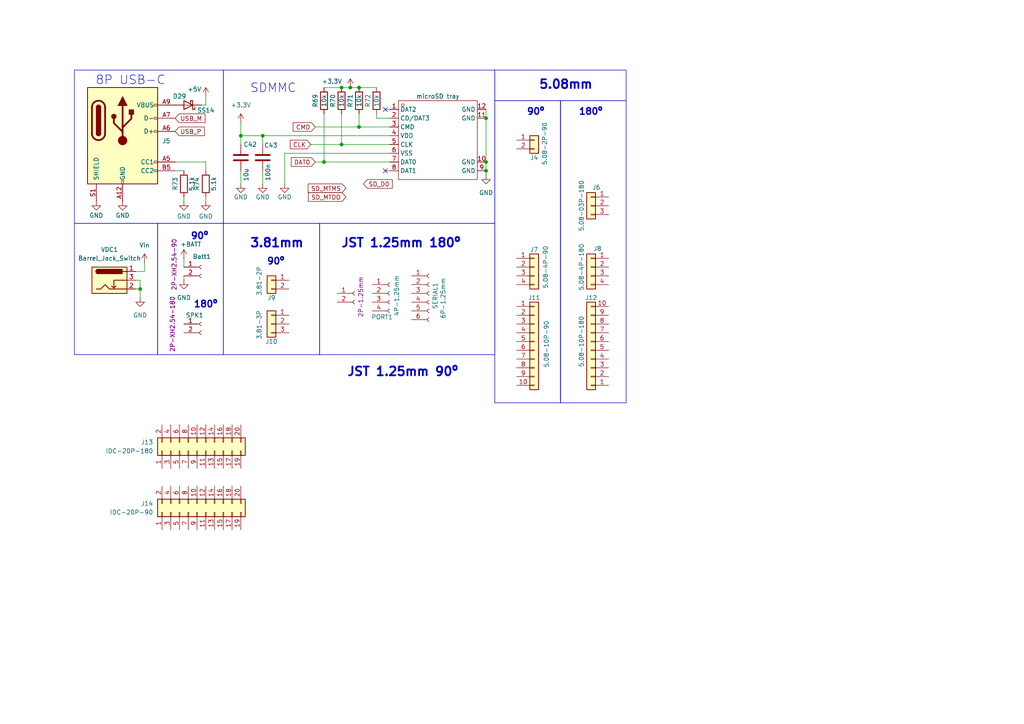
<source format=kicad_sch>
(kicad_sch (version 20231120) (generator "eeschema") (generator_version "8.0")
  (paper "A4")
  (lib_symbols
    (symbol "1_Library_GF:C_THT_RECT" (pin_numbers hide) (pin_names (offset 0.254))
      (property "Reference" "C" (at 0.635 2.54 0))
      (property "Value" "C" (at 0.635 -2.54 0))
      (property "Description" "Unpolarized capacitor" (at 0 0 0))
      (symbol "C_THT_RECT_0_1"
        (polyline (pts (xy -2.032 -0.762) (xy 2.032 -0.762)) (stroke (width 0.508)))
        (polyline (pts (xy -2.032 0.762) (xy 2.032 0.762)) (stroke (width 0.508)))
      )
      (symbol "C_THT_RECT_1_1"
        (pin passive line (at 0 3.81 270) (length 2.794) (name "~") (number "1"))
        (pin passive line (at 0 -3.81 90) (length 2.794) (name "~") (number "2"))
      )
    )
    (symbol "Connector:Barrel_Jack_Switch" (pin_names hide)
      (property "Reference" "J" (at 0 5.334 0))
      (property "Value" "Barrel_Jack_Switch" (at 0 -5.08 0))
      (symbol "Barrel_Jack_Switch_0_1"
        (rectangle (start -5.08 3.81) (end 5.08 -3.81) (stroke (width 0.254)) (fill (type background)))
        (arc (start -3.302 3.175) (mid -3.9343 2.54) (end -3.302 1.905) (stroke (width 0.254)))
        (arc (start -3.302 3.175) (mid -3.9343 2.54) (end -3.302 1.905) (stroke (width 0.254)) (fill (type outline)))
        (polyline (pts (xy 1.27 -2.286) (xy 1.905 -1.651)) (stroke (width 0.254)))
        (polyline (pts (xy 5.08 2.54) (xy 3.81 2.54)) (stroke (width 0.254)))
        (polyline (pts (xy 5.08 0) (xy 1.27 0) (xy 1.27 -2.286) (xy 0.635 -1.651)) (stroke (width 0.254)))
        (polyline (pts (xy -3.81 -2.54) (xy -2.54 -2.54) (xy -1.27 -1.27) (xy 0 -2.54) (xy 2.54 -2.54) (xy 5.08 -2.54)) (stroke (width 0.254)))
        (rectangle (start 3.683 3.175) (end -3.302 1.905) (stroke (width 0.254)) (fill (type outline)))
      )
      (symbol "Barrel_Jack_Switch_1_1"
        (pin passive line (at 7.62 2.54 180) (length 2.54) (name "~") (number "1"))
        (pin passive line (at 7.62 -2.54 180) (length 2.54) (name "~") (number "2"))
        (pin passive line (at 7.62 0 180) (length 2.54) (name "~") (number "3"))
      )
    )
    (symbol "Connector:Conn_01x02_Socket" (pin_names (offset 1.016) hide)
      (property "Reference" "J" (at 0 2.54 0))
      (property "Value" "Conn_01x02_Socket" (at 0 -5.08 0))
      (symbol "Conn_01x02_Socket_1_1"
        (arc (start 0 -2.032) (mid -0.5058 -2.54) (end 0 -3.048) (stroke (width 0.1524)))
        (polyline (pts (xy -1.27 -2.54) (xy -0.508 -2.54)) (stroke (width 0.1524)))
        (polyline (pts (xy -1.27 0) (xy -0.508 0)) (stroke (width 0.1524)))
        (arc (start 0 0.508) (mid -0.5058 0) (end 0 -0.508) (stroke (width 0.1524)))
        (pin passive line (at -5.08 0 0) (length 3.81) (name "Pin_1") (number "1"))
        (pin passive line (at -5.08 -2.54 0) (length 3.81) (name "Pin_2") (number "2"))
      )
    )
    (symbol "Connector:Conn_01x06_Socket" (pin_names (offset 1.016) hide)
      (property "Reference" "J" (at 0 7.62 0))
      (property "Value" "Conn_01x06_Socket" (at 0 -10.16 0))
      (symbol "Conn_01x06_Socket_1_1"
        (arc (start 0 -7.112) (mid -0.5058 -7.62) (end 0 -8.128) (stroke (width 0.1524)))
        (arc (start 0 -4.572) (mid -0.5058 -5.08) (end 0 -5.588) (stroke (width 0.1524)))
        (arc (start 0 -2.032) (mid -0.5058 -2.54) (end 0 -3.048) (stroke (width 0.1524)))
        (polyline (pts (xy -1.27 -7.62) (xy -0.508 -7.62)) (stroke (width 0.1524)))
        (polyline (pts (xy -1.27 -5.08) (xy -0.508 -5.08)) (stroke (width 0.1524)))
        (polyline (pts (xy -1.27 -2.54) (xy -0.508 -2.54)) (stroke (width 0.1524)))
        (polyline (pts (xy -1.27 0) (xy -0.508 0)) (stroke (width 0.1524)))
        (polyline (pts (xy -1.27 2.54) (xy -0.508 2.54)) (stroke (width 0.1524)))
        (polyline (pts (xy -1.27 5.08) (xy -0.508 5.08)) (stroke (width 0.1524)))
        (arc (start 0 0.508) (mid -0.5058 0) (end 0 -0.508) (stroke (width 0.1524)))
        (arc (start 0 3.048) (mid -0.5058 2.54) (end 0 2.032) (stroke (width 0.1524)))
        (arc (start 0 5.588) (mid -0.5058 5.08) (end 0 4.572) (stroke (width 0.1524)))
        (pin passive line (at -5.08 5.08 0) (length 3.81) (name "Pin_1") (number "1"))
        (pin passive line (at -5.08 2.54 0) (length 3.81) (name "Pin_2") (number "2"))
        (pin passive line (at -5.08 0 0) (length 3.81) (name "Pin_3") (number "3"))
        (pin passive line (at -5.08 -2.54 0) (length 3.81) (name "Pin_4") (number "4"))
        (pin passive line (at -5.08 -5.08 0) (length 3.81) (name "Pin_5") (number "5"))
        (pin passive line (at -5.08 -7.62 0) (length 3.81) (name "Pin_6") (number "6"))
      )
    )
    (symbol "Connector_Generic:Conn_01x02" (pin_names (offset 1.016) hide)
      (property "Reference" "J" (at 0 2.54 0))
      (property "Value" "Conn_01x02" (at 0 -5.08 0))
      (symbol "Conn_01x02_1_1"
        (rectangle (start -1.27 -2.413) (end 0 -2.667) (stroke (width 0.1524)))
        (rectangle (start -1.27 0.127) (end 0 -0.127) (stroke (width 0.1524)))
        (rectangle (start -1.27 1.27) (end 1.27 -3.81) (stroke (width 0.254)) (fill (type background)))
        (pin passive line (at -5.08 0 0) (length 3.81) (name "Pin_1") (number "1"))
        (pin passive line (at -5.08 -2.54 0) (length 3.81) (name "Pin_2") (number "2"))
      )
    )
    (symbol "Connector_Generic:Conn_01x03" (pin_names (offset 1.016) hide)
      (property "Reference" "J" (at 0 5.08 0))
      (property "Value" "Conn_01x03" (at 0 -5.08 0))
      (symbol "Conn_01x03_1_1"
        (rectangle (start -1.27 -2.413) (end 0 -2.667) (stroke (width 0.1524)))
        (rectangle (start -1.27 0.127) (end 0 -0.127) (stroke (width 0.1524)))
        (rectangle (start -1.27 2.667) (end 0 2.413) (stroke (width 0.1524)))
        (rectangle (start -1.27 3.81) (end 1.27 -3.81) (stroke (width 0.254)) (fill (type background)))
        (pin passive line (at -5.08 2.54 0) (length 3.81) (name "Pin_1") (number "1"))
        (pin passive line (at -5.08 0 0) (length 3.81) (name "Pin_2") (number "2"))
        (pin passive line (at -5.08 -2.54 0) (length 3.81) (name "Pin_3") (number "3"))
      )
    )
    (symbol "Connector_Generic:Conn_01x04" (pin_names (offset 1.016) hide)
      (property "Reference" "J" (at 0 5.08 0))
      (property "Value" "Conn_01x04" (at 0 -7.62 0))
      (symbol "Conn_01x04_1_1"
        (rectangle (start -1.27 -4.953) (end 0 -5.207) (stroke (width 0.1524)))
        (rectangle (start -1.27 -2.413) (end 0 -2.667) (stroke (width 0.1524)))
        (rectangle (start -1.27 0.127) (end 0 -0.127) (stroke (width 0.1524)))
        (rectangle (start -1.27 2.667) (end 0 2.413) (stroke (width 0.1524)))
        (rectangle (start -1.27 3.81) (end 1.27 -6.35) (stroke (width 0.254)) (fill (type background)))
        (pin passive line (at -5.08 2.54 0) (length 3.81) (name "Pin_1") (number "1"))
        (pin passive line (at -5.08 0 0) (length 3.81) (name "Pin_2") (number "2"))
        (pin passive line (at -5.08 -2.54 0) (length 3.81) (name "Pin_3") (number "3"))
        (pin passive line (at -5.08 -5.08 0) (length 3.81) (name "Pin_4") (number "4"))
      )
    )
    (symbol "Connector_Generic:Conn_01x10" (pin_names (offset 1.016) hide)
      (property "Reference" "J" (at 0 12.7 0))
      (property "Value" "Conn_01x10" (at 0 -15.24 0))
      (symbol "Conn_01x10_1_1"
        (rectangle (start -1.27 -12.573) (end 0 -12.827) (stroke (width 0.1524)))
        (rectangle (start -1.27 -10.033) (end 0 -10.287) (stroke (width 0.1524)))
        (rectangle (start -1.27 -7.493) (end 0 -7.747) (stroke (width 0.1524)))
        (rectangle (start -1.27 -4.953) (end 0 -5.207) (stroke (width 0.1524)))
        (rectangle (start -1.27 -2.413) (end 0 -2.667) (stroke (width 0.1524)))
        (rectangle (start -1.27 0.127) (end 0 -0.127) (stroke (width 0.1524)))
        (rectangle (start -1.27 2.667) (end 0 2.413) (stroke (width 0.1524)))
        (rectangle (start -1.27 5.207) (end 0 4.953) (stroke (width 0.1524)))
        (rectangle (start -1.27 7.747) (end 0 7.493) (stroke (width 0.1524)))
        (rectangle (start -1.27 10.287) (end 0 10.033) (stroke (width 0.1524)))
        (rectangle (start -1.27 11.43) (end 1.27 -13.97) (stroke (width 0.254)) (fill (type background)))
        (pin passive line (at -5.08 10.16 0) (length 3.81) (name "Pin_1") (number "1"))
        (pin passive line (at -5.08 -12.7 0) (length 3.81) (name "Pin_10") (number "10"))
        (pin passive line (at -5.08 7.62 0) (length 3.81) (name "Pin_2") (number "2"))
        (pin passive line (at -5.08 5.08 0) (length 3.81) (name "Pin_3") (number "3"))
        (pin passive line (at -5.08 2.54 0) (length 3.81) (name "Pin_4") (number "4"))
        (pin passive line (at -5.08 0 0) (length 3.81) (name "Pin_5") (number "5"))
        (pin passive line (at -5.08 -2.54 0) (length 3.81) (name "Pin_6") (number "6"))
        (pin passive line (at -5.08 -5.08 0) (length 3.81) (name "Pin_7") (number "7"))
        (pin passive line (at -5.08 -7.62 0) (length 3.81) (name "Pin_8") (number "8"))
        (pin passive line (at -5.08 -10.16 0) (length 3.81) (name "Pin_9") (number "9"))
      )
    )
    (symbol "Connector_Generic:Conn_02x10_Odd_Even" (pin_names (offset 1.016) hide)
      (property "Reference" "J" (at 1.27 12.7 0))
      (property "Value" "Conn_02x10_Odd_Even" (at 1.27 -15.24 0))
      (symbol "Conn_02x10_Odd_Even_1_1"
        (rectangle (start -1.27 -12.573) (end 0 -12.827) (stroke (width 0.1524)))
        (rectangle (start -1.27 -10.033) (end 0 -10.287) (stroke (width 0.1524)))
        (rectangle (start -1.27 -7.493) (end 0 -7.747) (stroke (width 0.1524)))
        (rectangle (start -1.27 -4.953) (end 0 -5.207) (stroke (width 0.1524)))
        (rectangle (start -1.27 -2.413) (end 0 -2.667) (stroke (width 0.1524)))
        (rectangle (start -1.27 0.127) (end 0 -0.127) (stroke (width 0.1524)))
        (rectangle (start -1.27 2.667) (end 0 2.413) (stroke (width 0.1524)))
        (rectangle (start -1.27 5.207) (end 0 4.953) (stroke (width 0.1524)))
        (rectangle (start -1.27 7.747) (end 0 7.493) (stroke (width 0.1524)))
        (rectangle (start -1.27 10.287) (end 0 10.033) (stroke (width 0.1524)))
        (rectangle (start -1.27 11.43) (end 3.81 -13.97) (stroke (width 0.254)) (fill (type background)))
        (rectangle (start 3.81 -12.573) (end 2.54 -12.827) (stroke (width 0.1524)))
        (rectangle (start 3.81 -10.033) (end 2.54 -10.287) (stroke (width 0.1524)))
        (rectangle (start 3.81 -7.493) (end 2.54 -7.747) (stroke (width 0.1524)))
        (rectangle (start 3.81 -4.953) (end 2.54 -5.207) (stroke (width 0.1524)))
        (rectangle (start 3.81 -2.413) (end 2.54 -2.667) (stroke (width 0.1524)))
        (rectangle (start 3.81 0.127) (end 2.54 -0.127) (stroke (width 0.1524)))
        (rectangle (start 3.81 2.667) (end 2.54 2.413) (stroke (width 0.1524)))
        (rectangle (start 3.81 5.207) (end 2.54 4.953) (stroke (width 0.1524)))
        (rectangle (start 3.81 7.747) (end 2.54 7.493) (stroke (width 0.1524)))
        (rectangle (start 3.81 10.287) (end 2.54 10.033) (stroke (width 0.1524)))
        (pin passive line (at -5.08 10.16 0) (length 3.81) (name "Pin_1") (number "1"))
        (pin passive line (at 7.62 0 180) (length 3.81) (name "Pin_10") (number "10"))
        (pin passive line (at -5.08 -2.54 0) (length 3.81) (name "Pin_11") (number "11"))
        (pin passive line (at 7.62 -2.54 180) (length 3.81) (name "Pin_12") (number "12"))
        (pin passive line (at -5.08 -5.08 0) (length 3.81) (name "Pin_13") (number "13"))
        (pin passive line (at 7.62 -5.08 180) (length 3.81) (name "Pin_14") (number "14"))
        (pin passive line (at -5.08 -7.62 0) (length 3.81) (name "Pin_15") (number "15"))
        (pin passive line (at 7.62 -7.62 180) (length 3.81) (name "Pin_16") (number "16"))
        (pin passive line (at -5.08 -10.16 0) (length 3.81) (name "Pin_17") (number "17"))
        (pin passive line (at 7.62 -10.16 180) (length 3.81) (name "Pin_18") (number "18"))
        (pin passive line (at -5.08 -12.7 0) (length 3.81) (name "Pin_19") (number "19"))
        (pin passive line (at 7.62 10.16 180) (length 3.81) (name "Pin_2") (number "2"))
        (pin passive line (at 7.62 -12.7 180) (length 3.81) (name "Pin_20") (number "20"))
        (pin passive line (at -5.08 7.62 0) (length 3.81) (name "Pin_3") (number "3"))
        (pin passive line (at 7.62 7.62 180) (length 3.81) (name "Pin_4") (number "4"))
        (pin passive line (at -5.08 5.08 0) (length 3.81) (name "Pin_5") (number "5"))
        (pin passive line (at 7.62 5.08 180) (length 3.81) (name "Pin_6") (number "6"))
        (pin passive line (at -5.08 2.54 0) (length 3.81) (name "Pin_7") (number "7"))
        (pin passive line (at 7.62 2.54 180) (length 3.81) (name "Pin_8") (number "8"))
        (pin passive line (at -5.08 0 0) (length 3.81) (name "Pin_9") (number "9"))
      )
    )
    (symbol "Device:C" (pin_numbers hide) (pin_names (offset 0.254))
      (property "Reference" "C" (at 0.635 2.54 0))
      (property "Value" "C" (at 0.635 -2.54 0))
      (symbol "C_0_1"
        (polyline (pts (xy -2.032 -0.762) (xy 2.032 -0.762)) (stroke (width 0.508)))
        (polyline (pts (xy -2.032 0.762) (xy 2.032 0.762)) (stroke (width 0.508)))
      )
      (symbol "C_1_1"
        (pin passive line (at 0 3.81 270) (length 2.794) (name "~") (number "1"))
        (pin passive line (at 0 -3.81 90) (length 2.794) (name "~") (number "2"))
      )
    )
    (symbol "Device:R" (pin_numbers hide) (pin_names (offset 0))
      (property "Reference" "R" (at 2.032 0 90))
      (property "Value" "R" (at 0 0 90))
      (symbol "R_0_1"
        (rectangle (start -1.016 -2.54) (end 1.016 2.54) (stroke (width 0.254)))
      )
      (symbol "R_1_1"
        (pin passive line (at 0 3.81 270) (length 1.27) (name "~") (number "1"))
        (pin passive line (at 0 -3.81 90) (length 1.27) (name "~") (number "2"))
      )
    )
    (symbol "Diode:SS14" (pin_numbers hide) (pin_names (offset 1.016) hide)
      (property "Reference" "D" (at 0 2.54 0))
      (property "Value" "SS14" (at 0 -2.54 0))
      (symbol "SS14_0_1"
        (polyline (pts (xy 1.27 0) (xy -1.27 0)))
        (polyline (pts (xy 1.27 1.27) (xy 1.27 -1.27) (xy -1.27 0) (xy 1.27 1.27)) (stroke (width 0.254)))
        (polyline (pts (xy -1.905 0.635) (xy -1.905 1.27) (xy -1.27 1.27) (xy -1.27 -1.27) (xy -0.635 -1.27) (xy -0.635 -0.635)) (stroke (width 0.254)))
      )
      (symbol "SS14_1_1"
        (pin passive line (at -3.81 0 0) (length 2.54) (name "K") (number "1"))
        (pin passive line (at 3.81 0 180) (length 2.54) (name "A") (number "2"))
      )
    )
    (symbol "New_Library:Conn_01x04_Socket" (pin_names (offset 1.016) hide)
      (property "Reference" "J" (at 0 5.08 0))
      (property "Value" "Conn_01x04_Socket" (at 0 -7.62 0))
      (symbol "Conn_01x04_Socket_1_1"
        (arc (start 0 -4.572) (mid -0.5058 -5.08) (end 0 -5.588) (stroke (width 0.1524)))
        (arc (start 0 -2.032) (mid -0.5058 -2.54) (end 0 -3.048) (stroke (width 0.1524)))
        (polyline (pts (xy -1.27 -5.08) (xy -0.508 -5.08)) (stroke (width 0.1524)))
        (polyline (pts (xy -1.27 -2.54) (xy -0.508 -2.54)) (stroke (width 0.1524)))
        (polyline (pts (xy -1.27 0) (xy -0.508 0)) (stroke (width 0.1524)))
        (polyline (pts (xy -1.27 2.54) (xy -0.508 2.54)) (stroke (width 0.1524)))
        (arc (start 0 0.508) (mid -0.5058 0) (end 0 -0.508) (stroke (width 0.1524)))
        (arc (start 0 3.048) (mid -0.5058 2.54) (end 0 2.032) (stroke (width 0.1524)))
        (pin passive line (at -5.08 2.54 0) (length 3.81) (name "Pin_1") (number "1"))
        (pin passive line (at -5.08 0 0) (length 3.81) (name "Pin_2") (number "2"))
        (pin passive line (at -5.08 -2.54 0) (length 3.81) (name "Pin_3") (number "3"))
        (pin passive line (at -5.08 -5.08 0) (length 3.81) (name "Pin_4") (number "4"))
      )
    )
    (symbol "New_Library:TF-CARD XG8P H1.5"
      (property "Reference" "TF" (at 0 0 0))
      (symbol "TF-CARD XG8P H1.5_1_0"
        (rectangle (start -12.7 -10.16) (end 10.16 12.7))
        (circle (center -11.43 11.43) (radius 0.381))
        (pin unspecified line (at -15.24 10.16 0) (length 2.54) (name "DAT2") (number "1"))
        (pin unspecified line (at 12.7 -5.08 180) (length 2.54) (name "GND") (number "10"))
        (pin unspecified line (at 12.7 7.62 180) (length 2.54) (name "GND") (number "11"))
        (pin unspecified line (at 12.7 10.16 180) (length 2.54) (name "GND") (number "12"))
        (pin unspecified line (at -15.24 7.62 0) (length 2.54) (name "CD/DAT3") (number "2"))
        (pin unspecified line (at -15.24 5.08 0) (length 2.54) (name "CMD") (number "3"))
        (pin unspecified line (at -15.24 2.54 0) (length 2.54) (name "VDD") (number "4"))
        (pin unspecified line (at -15.24 0 0) (length 2.54) (name "CLK") (number "5"))
        (pin unspecified line (at -15.24 -2.54 0) (length 2.54) (name "VSS") (number "6"))
        (pin unspecified line (at -15.24 -5.08 0) (length 2.54) (name "DAT0") (number "7"))
        (pin unspecified line (at -15.24 -7.62 0) (length 2.54) (name "DAT1") (number "8"))
        (pin unspecified line (at 12.7 -7.62 180) (length 2.54) (name "GND") (number "9"))
      )
    )
    (symbol "New_Library:USB_C_Receptacle_USB2.0_8P" (pin_names (offset 1.016))
      (property "Reference" "J" (at 12.446 2.794 0))
      (property "LCSC" "C7469647" (at 0 0 0))
      (symbol "USB_C_Receptacle_USB2.0_8P_0_0"
        (rectangle (start -0.254 -10.16) (end 0.254 -9.144))
        (rectangle (start 10.16 -6.096) (end 9.144 -6.604))
        (rectangle (start 10.16 -3.556) (end 9.144 -4.064))
        (rectangle (start 10.16 5.334) (end 9.144 4.826))
        (rectangle (start 10.16 9.144) (end 9.144 8.636))
        (rectangle (start 10.16 12.954) (end 9.144 12.446))
      )
      (symbol "USB_C_Receptacle_USB2.0_8P_0_1"
        (rectangle (start -10.16 17.78) (end 10.16 -10.16) (stroke (width 0.254)) (fill (type background)))
        (arc (start -8.89 4.445) (mid -6.985 2.5483) (end -5.08 4.445) (stroke (width 0.508)))
        (arc (start -7.62 4.445) (mid -6.985 3.8127) (end -6.35 4.445) (stroke (width 0.254)))
        (arc (start -7.62 4.445) (mid -6.985 3.8127) (end -6.35 4.445) (stroke (width 0.254)) (fill (type outline)))
        (rectangle (start -7.62 4.445) (end -6.35 12.065) (stroke (width 0.254)) (fill (type outline)))
        (arc (start -6.35 12.065) (mid -6.985 12.6973) (end -7.62 12.065) (stroke (width 0.254)))
        (arc (start -6.35 12.065) (mid -6.985 12.6973) (end -7.62 12.065) (stroke (width 0.254)) (fill (type outline)))
        (arc (start -5.08 12.065) (mid -6.985 13.9617) (end -8.89 12.065) (stroke (width 0.508)))
        (circle (center -2.54 9.398) (radius 0.635) (stroke (width 0.254)) (fill (type outline)))
        (polyline (pts (xy -8.89 4.445) (xy -8.89 12.065)) (stroke (width 0.508)))
        (polyline (pts (xy -5.08 12.065) (xy -5.08 4.445)) (stroke (width 0.508)))
        (polyline (pts (xy 0 2.413) (xy 0 12.573)) (stroke (width 0.508)))
        (polyline (pts (xy 0 4.953) (xy -2.54 7.493) (xy -2.54 8.763)) (stroke (width 0.508)))
        (polyline (pts (xy 0 6.223) (xy 2.54 8.763) (xy 2.54 10.033)) (stroke (width 0.508)))
        (polyline (pts (xy -1.27 12.573) (xy 0 15.113) (xy 1.27 12.573) (xy -1.27 12.573)) (stroke (width 0.254)) (fill (type outline)))
        (circle (center 0 2.413) (radius 1.27) (fill (type outline)))
        (rectangle (start 1.905 10.033) (end 3.175 11.303) (stroke (width 0.254)) (fill (type outline)))
      )
      (symbol "USB_C_Receptacle_USB2.0_8P_1_1"
        (pin passive line (at 0 -15.24 90) (length 5.08) (name "GND") (number "A12"))
        (pin bidirectional line (at 15.24 -3.81 180) (length 5.08) (name "CC1") (number "A5"))
        (pin bidirectional line (at 15.24 5.08 180) (length 5.08) (name "D+") (number "A6"))
        (pin bidirectional line (at 15.24 8.89 180) (length 5.08) (name "D-") (number "A7"))
        (pin passive line (at 15.24 12.7 180) (length 5.08) (name "VBUS") (number "A9"))
        (pin passive line (at 0 -15.24 90) (length 5.08) hide (name "GND") (number "B12"))
        (pin bidirectional line (at 15.24 -6.35 180) (length 5.08) (name "CC2") (number "B5"))
        (pin passive line (at 15.24 12.7 180) (length 5.08) hide (name "VBUS") (number "B9"))
        (pin passive line (at -7.62 -15.24 90) (length 5.08) (name "SHIELD") (number "S1"))
      )
    )
    (symbol "power:+3.3V" (power) (pin_numbers hide) (pin_names (offset 0) hide)
      (property "Value" "+3.3V" (at 0 3.556 0))
      (symbol "+3.3V_0_1"
        (polyline (pts (xy -0.762 1.27) (xy 0 2.54)))
        (polyline (pts (xy 0 0) (xy 0 2.54)))
        (polyline (pts (xy 0 2.54) (xy 0.762 1.27)))
      )
      (symbol "+3.3V_1_1"
        (pin power_in line (at 0 0 90) (length 0) (name "~") (number "1"))
      )
    )
    (symbol "power:+5V" (power) (pin_numbers hide) (pin_names (offset 0) hide)
      (property "Value" "+5V" (at 0 3.556 0))
      (symbol "+5V_0_1"
        (polyline (pts (xy -0.762 1.27) (xy 0 2.54)))
        (polyline (pts (xy 0 0) (xy 0 2.54)))
        (polyline (pts (xy 0 2.54) (xy 0.762 1.27)))
      )
      (symbol "+5V_1_1"
        (pin power_in line (at 0 0 90) (length 0) (name "~") (number "1"))
      )
    )
    (symbol "power:+BATT" (power) (pin_numbers hide) (pin_names (offset 0) hide)
      (property "Value" "+BATT" (at 0 3.556 0))
      (symbol "+BATT_0_1"
        (polyline (pts (xy -0.762 1.27) (xy 0 2.54)))
        (polyline (pts (xy 0 0) (xy 0 2.54)))
        (polyline (pts (xy 0 2.54) (xy 0.762 1.27)))
      )
      (symbol "+BATT_1_1"
        (pin power_in line (at 0 0 90) (length 0) (name "~") (number "1"))
      )
    )
    (symbol "power:GND" (power) (pin_numbers hide) (pin_names (offset 0) hide)
      (property "Value" "GND" (at 0 -3.81 0))
      (symbol "GND_0_1"
        (polyline (pts (xy 0 0) (xy 0 -1.27) (xy 1.27 -1.27) (xy 0 -2.54) (xy -1.27 -1.27) (xy 0 -1.27)))
      )
      (symbol "GND_1_1"
        (pin power_in line (at 0 0 270) (length 0) (name "~") (number "1"))
      )
    )
  )
  (junction (at 140.97 34.29))
  (junction (at 140.97 49.53))
  (junction (at 40.64 83.82))
  (junction (at 104.14 36.83))
  (junction (at 104.14 25.4))
  (junction (at 69.85 39.37))
  (junction (at 99.06 41.91))
  (junction (at 140.97 46.99))
  (junction (at 76.2 39.37))
  (junction (at 93.98 46.99))
  (junction (at 101.6 25.4))
  (junction (at 99.06 25.4))
  (no_connect (at 111.76 31.75))
  (no_connect (at 111.76 49.53))
  (wire (pts (xy 82.55 53.34) (xy 82.55 44.45)))
  (wire (pts (xy 59.69 30.48) (xy 58.42 30.48)))
  (wire (pts (xy 50.8 46.99) (xy 59.69 46.99)))
  (wire (pts (xy 104.14 36.83) (xy 113.03 36.83)))
  (wire (pts (xy 53.34 49.53) (xy 50.8 49.53)))
  (wire (pts (xy 104.14 25.4) (xy 109.22 25.4)))
  (wire (pts (xy 140.97 31.75) (xy 140.97 34.29)))
  (wire (pts (xy 59.69 27.94) (xy 59.69 30.48)))
  (wire (pts (xy 69.85 49.53) (xy 69.85 53.34)))
  (wire (pts (xy 90.17 41.91) (xy 99.06 41.91)))
  (wire (pts (xy 69.85 39.37) (xy 69.85 41.91)))
  (wire (pts (xy 140.97 34.29) (xy 140.97 46.99)))
  (wire (pts (xy 91.44 36.83) (xy 104.14 36.83)))
  (wire (pts (xy 91.44 46.99) (xy 93.98 46.99)))
  (wire (pts (xy 76.2 49.53) (xy 76.2 53.34)))
  (wire (pts (xy 40.64 81.28) (xy 40.64 83.82)))
  (wire (pts (xy 111.76 31.75) (xy 113.03 31.75)))
  (wire (pts (xy 111.76 49.53) (xy 113.03 49.53)))
  (wire (pts (xy 41.91 76.2) (xy 41.91 78.74)))
  (wire (pts (xy 109.22 33.02) (xy 109.22 34.29)))
  (wire (pts (xy 76.2 39.37) (xy 113.03 39.37)))
  (wire (pts (xy 39.37 81.28) (xy 40.64 81.28)))
  (wire (pts (xy 140.97 46.99) (xy 140.97 49.53)))
  (wire (pts (xy 53.34 58.42) (xy 53.34 57.15)))
  (wire (pts (xy 101.6 25.4) (xy 104.14 25.4)))
  (wire (pts (xy 101.6 25.4) (xy 99.06 25.4)))
  (wire (pts (xy 69.85 39.37) (xy 76.2 39.37)))
  (wire (pts (xy 93.98 25.4) (xy 99.06 25.4)))
  (wire (pts (xy 99.06 41.91) (xy 113.03 41.91)))
  (wire (pts (xy 109.22 34.29) (xy 113.03 34.29)))
  (wire (pts (xy 140.97 49.53) (xy 140.97 50.8)))
  (wire (pts (xy 99.06 33.02) (xy 99.06 41.91)))
  (wire (pts (xy 104.14 33.02) (xy 104.14 36.83)))
  (wire (pts (xy 53.34 74.93) (xy 53.34 77.47)))
  (wire (pts (xy 40.64 83.82) (xy 40.64 86.36)))
  (wire (pts (xy 53.34 81.28) (xy 53.34 80.01)))
  (wire (pts (xy 82.55 44.45) (xy 113.03 44.45)))
  (wire (pts (xy 41.91 78.74) (xy 39.37 78.74)))
  (wire (pts (xy 93.98 46.99) (xy 113.03 46.99)))
  (wire (pts (xy 59.69 49.53) (xy 59.69 46.99)))
  (wire (pts (xy 69.85 35.56) (xy 69.85 39.37)))
  (wire (pts (xy 59.69 58.42) (xy 59.69 57.15)))
  (wire (pts (xy 39.37 83.82) (xy 40.64 83.82)))
  (wire (pts (xy 76.2 39.37) (xy 76.2 41.91)))
  (wire (pts (xy 93.98 33.02) (xy 93.98 46.99)))
  (rectangle (start 143.51 20.32) (end 181.61 29.21))
  (rectangle (start 45.72 64.77) (end 64.77 102.87))
  (rectangle (start 64.77 20.32) (end 143.51 64.77))
  (rectangle (start 92.71 64.77) (end 143.51 102.87))
  (rectangle (start 162.56 29.21) (end 181.61 116.84))
  (rectangle (start 143.51 29.21) (end 162.56 116.84))
  (rectangle (start 21.59 64.77) (end 45.72 102.87))
  (rectangle (start 21.59 20.32) (end 64.77 64.77))
  (rectangle (start 64.77 64.77) (end 92.71 102.87))
  (text "8P USB-C" (at 37.846 23.368 0) (effects (font (size 2.54 2.54))))
  (text "JST 1.25mm 180º" (at 116.332 70.612 0) (effects (font (size 2.54 2.54) (thickness 0.508) (bold yes))))
  (text "90º       180º" (at 163.83 32.512 0) (effects (font (size 1.905 1.905) (thickness 0.381) (bold yes))))
  (text "JST 1.25mm 90º" (at 116.84 107.95 0) (effects (font (size 2.54 2.54) (thickness 0.508) (bold yes))))
  (text "SDMMC" (at 79.248 25.654 0) (effects (font (size 2.54 2.54))))
  (text "90º" (at 57.912 68.58 0) (effects (font (size 1.905 1.905) (thickness 0.381) (bold yes))))
  (text "5.08mm " (at 165.1 24.638 0) (effects (font (size 2.54 2.54) (thickness 0.508) (bold yes))))
  (text "90º" (at 80.01 75.946 0) (effects (font (size 1.905 1.905) (thickness 0.381) (bold yes))))
  (text "180º" (at 59.69 88.392 0) (effects (font (size 1.905 1.905) (thickness 0.381) (bold yes))))
  (text "3.81mm " (at 81.28 70.612 0) (effects (font (size 2.54 2.54) (thickness 0.508) (bold yes))))
  (global_label "USB_P" (shape input) (at 50.8 38.1 0) (property "Intersheetrefs" "${INTERSHEET_REFS}" (effects (hide yes))))
  (global_label "CMD" (shape input) (at 91.44 36.83 180) (property "Intersheetrefs" "${INTERSHEET_REFS}" (effects (hide yes))))
  (global_label "SD_MTMS" (shape input) (at 100.33 54.61 180) (property "Intersheetrefs" "${INTERSHEET_REFS}" (effects (hide yes))))
  (global_label "SD_MTDO" (shape input) (at 100.33 57.15 180) (property "Intersheetrefs" "${INTERSHEET_REFS}" (effects (hide yes))))
  (global_label "USB_M" (shape input) (at 50.8 34.29 0) (property "Intersheetrefs" "${INTERSHEET_REFS}" (effects (hide yes))))
  (global_label "CLK" (shape input) (at 90.17 41.91 180) (property "Intersheetrefs" "${INTERSHEET_REFS}" (effects (hide yes))))
  (global_label "DAT0" (shape input) (at 91.44 46.99 180) (property "Intersheetrefs" "${INTERSHEET_REFS}" (effects (hide yes))))
  (global_label "SD_D0" (shape input) (at 105.41 53.34 0) (property "Intersheetrefs" "${INTERSHEET_REFS}" (effects (hide yes))))
  (symbol (lib_id "Connector_Generic:Conn_02x10_Odd_Even") (at 57.15 148.59 90) (unit 1)
    (property "Reference" "J14" (at 44.45 146.0499 90) (effects (justify left)))
    (property "Value" "IDC-20P-90" (at 44.45 148.5899 90) (effects (justify left)))
    (property "Footprint" "Connector_IDC:IDC-Header_2x10_P2.54mm_Horizontal" (effects (hide yes)))
    (property "Datasheet" "https://www.lcsc.com/datasheet/lcsc_datasheet_2304140030_BOOMELE-Boom-Precision-Elec-2-54-2-10P_C9144.pdf" (effects (hide yes)))
    (property "Description" "Connector IDC Header Through Hole, Right Angle 20 position 2.54mm" (effects (hide yes)))
    (property "LCSC" "C9144" (effects (hide yes)))
    (property "Manufacturer " "BOOMELE(Boom Precision Elec)" (effects (hide yes)))
    (property "Mfr. Part Number" "2.54-2*10P" (effects (hide yes)))
    (property "Observations" "Requires IDC 2x10P lenght 70cm" (effects (hide yes)))
  )
  (symbol (lib_id "power:GND") (at 40.64 86.36 0) (unit 1)
    (property "Reference" "#PWR72" (effects (hide yes)))
    (property "Value" "GND" (at 40.64 91.44 0))
    (property "Description" "Power symbol creates a global label with name \"GND\" , ground" (effects (hide yes)))
  )
  (symbol (lib_id "New_Library:Conn_01x04_Socket") (at 113.03 85.09 0) (unit 1)
    (property "Reference" "PORT1" (at 107.696 91.948 0) (effects (justify left)))
    (property "Value" "4P-1.25mm" (at 115.062 91.694 90) (effects (justify left)))
    (property "Footprint" "Library:Hirose_DF13C_CL535-0404-8-51_1x04-1MP_P1.25mm_Vertical" (effects (hide yes)))
    (property "Description" "Generic connector, single row, 01x04, script generated" (effects (hide yes)))
    (property "LCSC" "C7433470" (effects (hide yes)))
    (property "Observations" "180º JST1.25mm 4P" (effects (hide yes)))
  )
  (symbol (lib_id "power:GND") (at 140.97 50.8 0) (unit 1)
    (property "Reference" "#PWR61" (effects (hide yes)))
    (property "Value" "GND" (at 140.97 55.88 0))
  )
  (symbol (lib_id "Diode:SS14") (at 54.61 30.48 180) (unit 1)
    (property "Reference" "D29" (at 52.07 27.94 0))
    (property "Value" "SS14" (at 59.69 32.004 0))
    (property "Footprint" "Diode_SMD:D_SMA" (effects (hide yes)))
    (property "Datasheet" "https://www.vishay.com/docs/88746/ss12.pdf" (effects (hide yes)))
    (property "Description" "40V 1A Schottky Diode, SMA" (effects (hide yes)))
    (property "LCSC" "C2909920" (effects (hide yes)))
  )
  (symbol (lib_id "Connector:Conn_01x02_Socket") (at 58.42 77.47 0) (unit 1)
    (property "Reference" "Batt1" (at 55.88 74.422 0) (effects (justify left)))
    (property "Value" "Conn_01x02_Socket" (effects (hide yes)))
    (property "Footprint" "Connector_Molex:Molex_KK-254_AE-6410-02A_1x02_P2.54mm_Vertical" (effects (hide yes)))
    (property "Description" "Generic connector, single row, 01x02, script generated" (effects (hide yes)))
    (property "LCSC" "C49023803" (effects (hide yes)))
    (property "Observations" "2P-XH2.54-90" (at 50.546 76.708 90))
  )
  (symbol (lib_id "Device:R") (at 109.22 29.21 0) (mirror y) (unit 1)
    (property "Reference" "R72" (at 106.68 29.21 90))
    (property "Value" "10k" (at 109.22 29.21 90))
    (property "Footprint" "Resistor_SMD:R_0402_1005Metric_Pad0.72x0.64mm_HandSolder" (effects (hide yes)))
    (property "Description" "Resistor" (effects (hide yes)))
    (property "LCSC" "C17414" (effects (hide yes)))
  )
  (symbol (lib_id "Connector:Conn_01x02_Socket") (at 58.42 93.98 0) (unit 1) (in_bom no)
    (property "Reference" "SPK1" (at 53.848 91.44 0) (effects (justify left)))
    (property "Value" "Conn_01x02_Socket" (effects (hide yes)))
    (property "Footprint" "Connector_Molex:Molex_KK-254_AE-6410-02A_1x02_P2.54mm_Vertical" (effects (hide yes)))
    (property "Description" "Connector Header 2 position 2.5mm Pitch 3A Through Hole -25℃~+85℃" (effects (hide yes)))
    (property "LCSC" "C49023803" (effects (hide yes)))
    (property "Observations" "2P-XH2.54-180" (at 50.038 93.98 90))
  )
  (symbol (lib_id "Connector_Generic:Conn_02x10_Odd_Even") (at 57.15 130.81 90) (unit 1)
    (property "Reference" "J13" (at 44.45 128.2699 90) (effects (justify left)))
    (property "Value" "IDC-20P-180" (at 44.45 130.8099 90) (effects (justify left)))
    (property "Footprint" "Connector_IDC:IDC-Header_2x10_P2.54mm_Vertical" (effects (hide yes)))
    (property "Datasheet" "https://www.lcsc.com/datasheet/lcsc_datasheet_2409302300_XFCN-BH254V-20P_C492444.pdf" (effects (hide yes)))
    (property "Description" "300V 10A 10 Bend -40℃~+105℃ 1 5.08mm 1x10P Green Receptacle-Close Push-Pull,P=5.08mm Pluggable System Terminal Block ROHS" (effects (hide yes)))
    (property "LCSC" "C492444" (effects (hide yes)))
    (property "Mfr. Part Number" "BH254V-20P" (effects (hide yes)))
    (property "Observations" "Requires IDC 20P 70cm cable" (effects (hide yes)))
    (property "Manufacturer " "XFCN" (effects (hide yes)))
  )
  (symbol (lib_id "New_Library:USB_C_Receptacle_USB2.0_8P") (at 35.56 43.18 0) (unit 1)
    (property "Reference" "J5" (at 48.26 40.894 0))
    (property "Value" "USB_C_Receptacle_USB2.0_8P" (effects (hide yes)))
    (property "Footprint" "Library:USB-C-SMD_GT-USB-7101A" (effects (hide yes)))
    (property "Datasheet" "https://www.usb.org/sites/default/files/documents/usb_type-c.zip" (effects (hide yes)))
    (property "Description" "USB 2.0-only 14P Type-C Receptacle connector" (effects (hide yes)))
    (property "LCSC" "C7469647" (effects (hide yes)))
  )
  (symbol (lib_id "power:+3.3V") (at 69.85 35.56 0) (unit 1)
    (property "Reference" "#PWR60" (effects (hide yes)))
    (property "Value" "+3.3V" (at 69.85 30.48 0))
  )
  (symbol (lib_id "Connector_Generic:Conn_01x02") (at 154.94 40.64 0) (unit 1)
    (property "Reference" "J4" (at 154.94 45.72 0))
    (property "Value" "5.08-2P-90" (at 157.988 41.656 90))
    (property "Footprint" "Connector_Phoenix_MSTB:PhoenixContact_MSTBA_2,5_2-G-5,08_1x02_P5.08mm_Horizontal" (effects (hide yes)))
    (property "Datasheet" "https://www.metaltex.com.br/assets/produtos/pdf/br8.pdf" (effects (hide yes)))
    (property "Description" "2 Position Board Side/Socket - Closed 5.08mm Pitch Right-Angle Pin" (effects (hide yes)))
    (property "Código de Compra" "BR8F1-02 , BR8MN1-02" (effects (hide yes)))
    (property "Type" "THT" (effects (hide yes)))
    (property "LCSC" "C3697" (effects (hide yes)))
    (property "Manufacturer " "KANGNEX" (effects (hide yes)))
    (property "Mfr. Part Number" "WJ2EDGRC-5.08-02P-14-00A" (effects (hide yes)))
    (property "Observations" "Pairs with C41428293  2EGTK-5.08-02P-14-100" (effects (hide yes)))
  )
  (symbol (lib_id "power:GND") (at 35.56 58.42 0) (unit 1)
    (property "Reference" "#PWR66" (effects (hide yes)))
    (property "Value" "GND" (at 35.56 62.484 0))
    (property "Description" "Power symbol creates a global label with name \"GND\" , ground" (effects (hide yes)))
  )
  (symbol (lib_id "Device:C") (at 69.85 45.72 0) (unit 1)
    (property "Reference" "C42" (at 70.612 41.91 0) (effects (justify left)))
    (property "Value" "10u" (at 71.374 52.578 90) (effects (justify left)))
    (property "Footprint" "Capacitor_SMD:C_0805_2012Metric" (effects (hide yes)))
    (property "Description" "Unpolarized capacitor" (effects (hide yes)))
    (property "LCSC" "C162422" (effects (hide yes)))
  )
  (symbol (lib_id "Device:R") (at 59.69 53.34 180) (unit 1)
    (property "Reference" "R74" (at 57.15 53.34 90))
    (property "Value" "5.1k" (at 61.976 53.34 90))
    (property "Footprint" "Resistor_SMD:R_0805_2012Metric" (effects (hide yes)))
    (property "Description" "Resistor" (effects (hide yes)))
    (property "LCSC" "C27834" (effects (hide yes)))
  )
  (symbol (lib_id "power:+BATT") (at 41.91 76.2 0) (unit 1)
    (property "Reference" "#PWR70" (effects (hide yes)))
    (property "Value" "Vin" (at 41.91 71.12 0))
    (property "Description" "Power symbol creates a global label with name \"+BATT\"" (effects (hide yes)))
  )
  (symbol (lib_id "Connector_Generic:Conn_01x04") (at 154.94 77.47 0) (unit 1)
    (property "Reference" "J7" (at 154.94 72.39 0))
    (property "Value" "5.08-4P-90" (at 158.242 77.47 90))
    (property "Footprint" "Connector_Phoenix_MSTB:PhoenixContact_MSTBA_2,5_4-G-5,08_1x04_P5.08mm_Horizontal" (effects (hide yes)))
    (property "Datasheet" "https://www.lcsc.com/datasheet/lcsc_datasheet_2303311930_Cixi-Kefa-Elec-KF2EDGRC-5-08-4P_C441238.pdf" (effects (hide yes)))
    (property "Description" "300V 10A 4 Bend -40℃~+105℃ 1 5.08mm 1x4P Green Receptacle-Close Push-Pull,P=5.08mm Pluggable System Terminal Block ROHS" (effects (hide yes)))
    (property "Código de compra " "BR8F1-04 , BR8MN1-04" (effects (hide yes)))
    (property "Type" "THT" (effects (hide yes)))
    (property "LCSC" "C441238" (effects (hide yes)))
    (property "Mfr. Part Number" "KF2EDGRC-5.08-4P" (effects (hide yes)))
    (property "Observations" "Pair with C71372 WJ2EDGK-5.08-04P-14-00A" (effects (hide yes)))
    (property "Manufacturer " "Cixi Kefa Elec" (effects (hide yes)))
  )
  (symbol (lib_id "Device:R") (at 53.34 53.34 180) (unit 1)
    (property "Reference" "R73" (at 50.8 53.34 90))
    (property "Value" "5.1k" (at 55.626 53.34 90))
    (property "Footprint" "Resistor_SMD:R_0805_2012Metric" (effects (hide yes)))
    (property "Description" "Resistor" (effects (hide yes)))
    (property "LCSC" "C27834" (effects (hide yes)))
  )
  (symbol (lib_id "power:GND") (at 69.85 53.34 0) (unit 1)
    (property "Reference" "#PWR62" (effects (hide yes)))
    (property "Value" "GND" (at 69.85 57.15 0))
  )
  (symbol (lib_id "Device:R") (at 99.06 29.21 0) (mirror y) (unit 1)
    (property "Reference" "R70" (at 96.52 29.21 90))
    (property "Value" "10k" (at 99.06 29.21 90))
    (property "Footprint" "Resistor_SMD:R_0402_1005Metric_Pad0.72x0.64mm_HandSolder" (effects (hide yes)))
    (property "Description" "Resistor" (effects (hide yes)))
    (property "LCSC" "C17414" (effects (hide yes)))
  )
  (symbol (lib_id "Connector_Generic:Conn_01x10") (at 171.45 101.6 180) (unit 1)
    (property "Reference" "J12" (at 171.45 86.36 0))
    (property "Value" "5.08-10P-180" (at 168.656 99.06 90))
    (property "Footprint" "Connector_Phoenix_MSTB:PhoenixContact_MSTBVA_2,5_10-G-5,08_1x10_P5.08mm_Vertical" (effects (hide yes)))
    (property "Datasheet" "https://www.metaltex.com.br/assets/produtos/pdf/br8.pdf" (effects (hide yes)))
    (property "Description" "10 Position Board Side/Socket - Closed 5.08mm Pitch Straight Pin" (effects (hide yes)))
    (property "LCSC" "C29173" (effects (hide yes)))
    (property "Manufacturer " "KANGNEX" (effects (hide yes)))
    (property "Mfr. Part Number" "WJ2EDGVC-5.08-10P-14-00A" (effects (hide yes)))
    (property "Observations" "Pair with C71378 WJ2EDGK-5.08-10P-14-00A" (effects (hide yes)))
  )
  (symbol (lib_id "Connector_Generic:Conn_01x02") (at 78.74 81.28 0) (mirror y) (unit 1)
    (property "Reference" "J9" (at 78.74 86.36 0))
    (property "Value" "3.81-2P" (at 75.184 81.534 90))
    (property "Footprint" "Connector_Phoenix_MC:PhoenixContact_MC_1,5_2-G-3.81_1x02_P3.81mm_Horizontal" (effects (hide yes)))
    (property "Datasheet" "https://www.lcsc.com/datasheet/lcsc_datasheet_2303211630_DORABO-DB2ERC-2-54-2P-GN_C2927503.pdf" (effects (hide yes)))
    (property "Description" "2 Position Board Side/Socket - Closed 3.81mm Pitch Right-Angle Pin" (effects (hide yes)))
    (property "Type" "THT" (effects (hide yes)))
    (property "LCSC" "C395684" (effects (hide yes)))
    (property "Mfr. Part Number" "DB2ERC-3.81-2P-GN" (effects (hide yes)))
    (property "Observations" "Pair with C8466 WJ15EDGK-3.81-02P-14-00A" (effects (hide yes)))
    (property "Manufacturer " "DORABO" (effects (hide yes)))
  )
  (symbol (lib_id "power:+BATT") (at 53.34 74.93 0) (unit 1)
    (property "Reference" "#PWR69" (effects (hide yes)))
    (property "Value" "+BATT" (at 55.372 70.866 0))
    (property "Description" "Power symbol creates a global label with name \"+BATT\"" (effects (hide yes)))
  )
  (symbol (lib_id "power:GND") (at 76.2 53.34 0) (unit 1)
    (property "Reference" "#PWR63" (effects (hide yes)))
    (property "Value" "GND" (at 76.2 57.15 0))
  )
  (symbol (lib_id "New_Library:TF-CARD XG8P H1.5") (at 128.27 41.91 0) (unit 1)
    (property "Reference" "TF1" (effects (hide yes)))
    (property "Value" "microSD tray" (at 127 27.94 0))
    (property "Footprint" "Library:TF-SMD_TF-CARD-XG8P-H1.5" (effects (hide yes)))
    (property "Datasheet" "https://atta.szlcsc.com/upload/public/pdf/source/20230818/43241E7A29C04DDA786CC83B7C2D0D9E.pdf" (effects (hide yes)))
    (property "Description" "Card Connection Mode:Flip type Card Type:MicroSD card (TF card) Connector Type:Card Slot Additional Card Detection Pins:- Supplementary Features:- Maximum Body Height:1.5mm Operating Temperature Range:-40°C~+70°C Operating Temperature Range:-40°C~+70°C" (effects (hide yes)))
    (property "LCSC" "C7529392" (effects (hide yes)))
  )
  (symbol (lib_id "Connector:Barrel_Jack_Switch") (at 31.75 81.28 0) (unit 1)
    (property "Reference" "VDC1" (at 31.75 72.39 0))
    (property "Value" "Barrel_Jack_Switch" (at 31.75 74.93 0))
    (property "Footprint" "Connector_BarrelJack:BarrelJack_Horizontal" (effects (hide yes)))
    (property "Description" "DC Barrel Jack with an internal switch" (effects (hide yes)))
    (property "LCSC" "C720557" (effects (hide yes)))
  )
  (symbol (lib_id "Connector:Conn_01x02_Socket") (at 102.87 85.09 0) (unit 1)
    (property "Reference" "Batt2" (effects (hide yes)))
    (property "Value" "180º JST1.25mm 2P" (effects (hide yes)))
    (property "Footprint" "Connector_Molex:Molex_KK-254_AE-6410-02A_1x02_P2.54mm_Vertical" (effects (hide yes)))
    (property "Description" "Generic connector, single row, 01x02, script generated" (effects (hide yes)))
    (property "LCSC" "C49023803" (effects (hide yes)))
    (property "Observations" "2P-1.25mm" (at 104.648 86.106 90))
  )
  (symbol (lib_id "Device:R") (at 104.14 29.21 0) (mirror y) (unit 1)
    (property "Reference" "R71" (at 101.6 29.21 90))
    (property "Value" "10k" (at 104.14 29.21 90))
    (property "Footprint" "Resistor_SMD:R_0402_1005Metric_Pad0.72x0.64mm_HandSolder" (effects (hide yes)))
    (property "Description" "Resistor" (effects (hide yes)))
    (property "LCSC" "C17414" (effects (hide yes)))
  )
  (symbol (lib_id "power:+3.3V") (at 101.6 25.4 0) (unit 1)
    (property "Reference" "#PWR58" (effects (hide yes)))
    (property "Value" "+3.3V" (at 96.266 23.622 0))
  )
  (symbol (lib_id "Connector_Generic:Conn_01x04") (at 171.45 77.47 0) (mirror y) (unit 1)
    (property "Reference" "J8" (at 174.498 72.136 0) (effects (justify left)))
    (property "Value" "5.08-4P-180" (at 168.656 84.328 90) (effects (justify left)))
    (property "Footprint" "Connector_Phoenix_MSTB:PhoenixContact_MSTBVA_2,5_4-G-5,08_1x04_P5.08mm_Vertical" (effects (hide yes)))
    (property "Datasheet" "https://www.metaltex.com.br/assets/produtos/pdf/br8.pdf" (effects (hide yes)))
    (property "Description" "4 Position Board Side/Socket - Closed 5.08mm Pitch Straight Pin" (effects (hide yes)))
    (property "LCSC" "C8436" (effects (hide yes)))
    (property "Manufacturer " "KANGNEX" (effects (hide yes)))
    (property "Mfr. Part Number" "WJ2EDGVC-5.08-04P-14-00A" (effects (hide yes)))
    (property "Observations" "Pair with C71372 WJ2EDGK-5.08-04P-14-00A" (effects (hide yes)))
  )
  (symbol (lib_id "power:GND") (at 53.34 81.28 0) (unit 1)
    (property "Reference" "#PWR71" (effects (hide yes)))
    (property "Value" "GND" (at 53.34 86.36 0))
    (property "Description" "Power symbol creates a global label with name \"GND\" , ground" (effects (hide yes)))
  )
  (symbol (lib_id "1_Library_GF:C_THT_RECT") (at 76.2 45.72 180) (unit 1)
    (property "Reference" "C43" (at 80.518 42.164 0) (effects (justify left)))
    (property "Value" "100n" (at 77.724 47.498 90) (effects (justify left)))
    (property "Footprint" "Capacitor_SMD:C_0402_1005Metric_Pad0.74x0.62mm_HandSolder" (effects (hide yes)))
    (property "Datasheet" "https://www.lcsc.com/datasheet/lcsc_datasheet_1811061632_YAGEO-CC0805JRX7R9BB104_C111492.pdf" (effects (hide yes)))
    (property "Description" "50V 100nF X7R ±5% 0805 Multilayer Ceramic Capacitors MLCC - SMD/SMT ROHS" (effects (hide yes)))
    (property "LCSC" "C2909631" (effects (hide yes)))
  )
  (symbol (lib_id "Connector_Generic:Conn_01x03") (at 78.74 93.98 0) (mirror y) (unit 1)
    (property "Reference" "J10" (at 78.74 99.06 0))
    (property "Value" "3.81-3P" (at 75.184 94.234 90))
    (property "Footprint" "Connector_Phoenix_MC:PhoenixContact_MC_1,5_3-G-3.81_1x03_P3.81mm_Horizontal" (effects (hide yes)))
    (property "Datasheet" "https://www.lcsc.com/datasheet/lcsc_datasheet_2303211630_DORABO-DB2ERC-2-54-3P-GN_C2927504.pdf" (effects (hide yes)))
    (property "Description" "150V 5A 3 Bend -40℃~+105℃ 1 2.54mm 1x3P Green Receptacle-Close Push-Pull,P=2.54mm Pluggable System Terminal Block ROHS" (effects (hide yes)))
    (property "Type" "THT" (effects (hide yes)))
    (property "LCSC" "C395690" (effects (hide yes)))
    (property "Mfr. Part Number" "DB2ERC-3.81-3P-GN" (effects (hide yes)))
    (property "Observations" "Pair with C8413 WJ15EDGK-3.81-03P-14-00A" (effects (hide yes)))
    (property "Manufacturer " "DORABO" (effects (hide yes)))
  )
  (symbol (lib_id "Connector_Generic:Conn_01x10") (at 154.94 99.06 0) (unit 1)
    (property "Reference" "J11" (at 154.94 86.36 0))
    (property "Value" "5.08-10P-90" (at 158.496 99.822 90))
    (property "Footprint" "Connector_Phoenix_MSTB:PhoenixContact_MSTBA_2,5_10-G-5,08_1x10_P5.08mm_Horizontal" (effects (hide yes)))
    (property "Datasheet" "https://www.lcsc.com/datasheet/lcsc_datasheet_2303311930_Cixi-Kefa-Elec-KF2EDGRC-5-08-10P_C441233.pdf" (effects (hide yes)))
    (property "Description" "10 Position Board Side/Socket - Closed 5.08mm Pitch Right-Angle Pin" (effects (hide yes)))
    (property "LCSC" "C441233" (effects (hide yes)))
    (property "Mfr. Part Number" "KF2EDGRC-5.08-10P" (effects (hide yes)))
    (property "Observations" "Pair with C71378 WJ2EDGK-5.08-10P-14-00A" (effects (hide yes)))
    (property "Manufacturer " "Cixi Kefa Elec" (effects (hide yes)))
  )
  (symbol (lib_id "power:+5V") (at 59.69 27.94 0) (mirror y) (unit 1)
    (property "Reference" "#PWR59" (effects (hide yes)))
    (property "Value" "+5V" (at 56.388 25.908 0))
    (property "Description" "Power symbol creates a global label with name \"+5V\"" (effects (hide yes)))
  )
  (symbol (lib_id "Connector_Generic:Conn_01x03") (at 171.45 59.69 0) (mirror y) (unit 1)
    (property "Reference" "J6" (at 172.974 54.356 0))
    (property "Value" "5.08-03P-180" (at 168.656 59.69 90))
    (property "Footprint" "Connector_Phoenix_MSTB:PhoenixContact_MSTBVA_2,5_3-G-5,08_1x03_P5.08mm_Vertical" (effects (hide yes)))
    (property "Datasheet" "https://www.metaltex.com.br/assets/produtos/pdf/br8.pdf" (effects (hide yes)))
    (property "Description" "3 Position Board Side/Socket - Closed 5.08mm Pitch Straight Pin" (effects (hide yes)))
    (property "LCSC" "C8412" (effects (hide yes)))
    (property "Manufacturer " "KANGNEX" (effects (hide yes)))
    (property "Mfr. Part Number" "WJ2EDGVC-5.08-03P-14-00A" (effects (hide yes)))
    (property "Observations" "Pair with C71371 WJ2EDGK-5.08-03P-14-00A" (effects (hide yes)))
  )
  (symbol (lib_id "power:GND") (at 53.34 58.42 0) (unit 1)
    (property "Reference" "#PWR67" (effects (hide yes)))
    (property "Value" "GND" (at 53.34 62.738 0))
    (property "Description" "Power symbol creates a global label with name \"GND\" , ground" (effects (hide yes)))
  )
  (symbol (lib_id "power:GND") (at 59.69 58.42 0) (unit 1)
    (property "Reference" "#PWR68" (effects (hide yes)))
    (property "Value" "GND" (at 59.69 62.738 0))
    (property "Description" "Power symbol creates a global label with name \"GND\" , ground" (effects (hide yes)))
  )
  (symbol (lib_id "power:GND") (at 27.94 58.42 0) (unit 1)
    (property "Reference" "#PWR65" (effects (hide yes)))
    (property "Value" "GND" (at 27.94 62.484 0))
    (property "Description" "Power symbol creates a global label with name \"GND\" , ground" (effects (hide yes)))
  )
  (symbol (lib_id "Device:R") (at 93.98 29.21 0) (mirror y) (unit 1)
    (property "Reference" "R69" (at 91.44 29.21 90))
    (property "Value" "10k" (at 93.98 29.21 90))
    (property "Footprint" "Resistor_SMD:R_0402_1005Metric_Pad0.72x0.64mm_HandSolder" (effects (hide yes)))
    (property "Description" "Resistor" (effects (hide yes)))
    (property "LCSC" "C17414" (effects (hide yes)))
  )
  (symbol (lib_id "Connector:Conn_01x06_Socket") (at 124.46 85.09 0) (unit 1)
    (property "Reference" "SERIAL1" (at 126.238 89.662 90) (effects (justify left)))
    (property "Value" "6P-1.25mm" (at 128.524 92.456 90) (effects (justify left)))
    (property "Footprint" "Connector_Hirose:Hirose_DF13C_CL535-0406-3-51_1x06-1MP_P1.25mm_Vertical" (effects (hide yes)))
    (property "Description" "Generic connector, single row, 01x06, script generated" (effects (hide yes)))
    (property "LCSC" "C7433470" (effects (hide yes)))
  )
  (symbol (lib_id "power:GND") (at 82.55 53.34 0) (unit 1)
    (property "Reference" "#PWR64" (effects (hide yes)))
    (property "Value" "GND" (at 82.55 57.15 0))
  )
)
</source>
